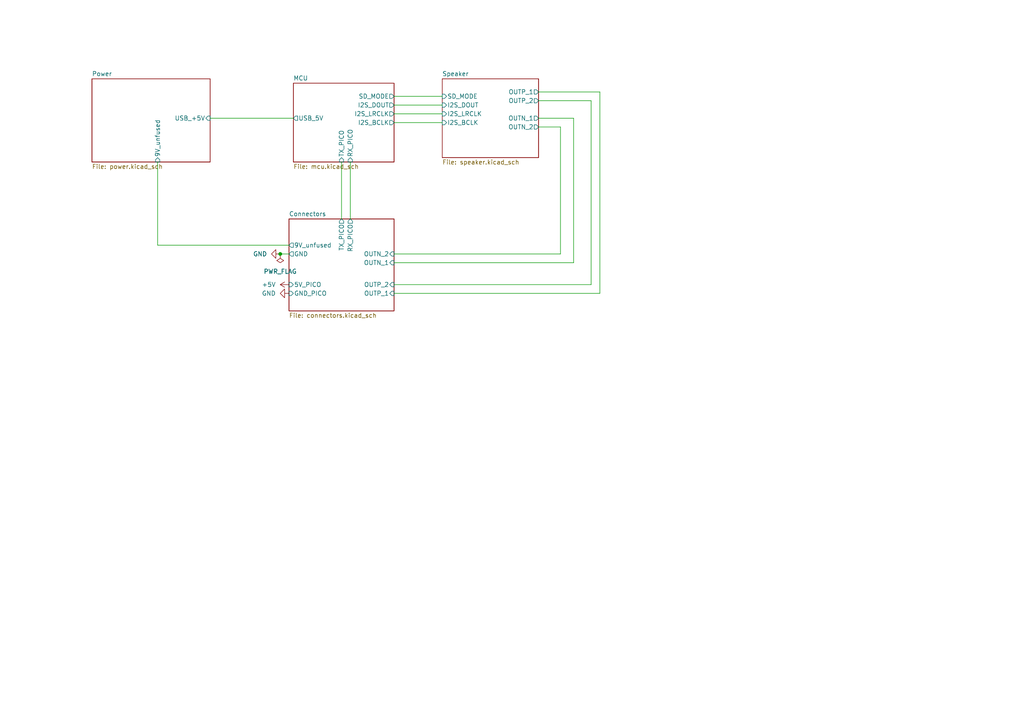
<source format=kicad_sch>
(kicad_sch (version 20250114) (generator "eeschema") (generator_version "9.0")
  (paper "A4")
  (lib_symbols
    (symbol "power:+5V" (power) (pin_numbers (hide yes)) (pin_names (offset 0) (hide yes))
      (property "Value" "+5V" (at 0 3.556 0))
      (symbol "+5V_0_1"
        (polyline (pts (xy -0.762 1.27) (xy 0 2.54)))
        (polyline (pts (xy 0 2.54) (xy 0.762 1.27)))
        (polyline (pts (xy 0 0) (xy 0 2.54)))
      )
      (symbol "+5V_1_1"
        (pin power_in line (at 0 0 90) (length 0) (name "~") (number "1"))
      )
    )
    (symbol "power:GND" (power) (pin_numbers (hide yes)) (pin_names (offset 0) (hide yes))
      (property "Value" "GND" (at 0 -3.81 0))
      (symbol "GND_0_1"
        (polyline (pts (xy 0 0) (xy 0 -1.27) (xy 1.27 -1.27) (xy 0 -2.54) (xy -1.27 -1.27) (xy 0 -1.27)))
      )
      (symbol "GND_1_1"
        (pin power_in line (at 0 0 270) (length 0) (name "~") (number "1"))
      )
    )
    (symbol "power:PWR_FLAG" (power) (pin_numbers (hide yes)) (pin_names (offset 0) (hide yes))
      (property "Value" "PWR_FLAG" (at 0 3.81 0))
      (symbol "PWR_FLAG_0_0"
        (pin power_out line (at 0 0 90) (length 0) (name "~") (number "1"))
      )
      (symbol "PWR_FLAG_0_1"
        (polyline (pts (xy 0 0) (xy 0 1.27) (xy -1.016 1.905) (xy 0 2.54) (xy 1.016 1.905) (xy 0 1.27)))
      )
    )
  )
  (junction (at 81.28 73.66))
  (wire (pts (xy 83.82 71.12) (xy 45.72 71.12)))
  (wire (pts (xy 45.72 71.12) (xy 45.72 46.99)))
  (wire (pts (xy 173.99 26.67) (xy 173.99 85.09)))
  (wire (pts (xy 173.99 85.09) (xy 114.3 85.09)))
  (wire (pts (xy 114.3 30.48) (xy 128.27 30.48)))
  (wire (pts (xy 114.3 82.55) (xy 171.45 82.55)))
  (wire (pts (xy 162.56 36.83) (xy 162.56 73.66)))
  (wire (pts (xy 114.3 33.02) (xy 128.27 33.02)))
  (wire (pts (xy 171.45 29.21) (xy 156.21 29.21)))
  (wire (pts (xy 166.37 34.29) (xy 156.21 34.29)))
  (wire (pts (xy 81.28 73.66) (xy 83.82 73.66)))
  (wire (pts (xy 99.06 46.99) (xy 99.06 63.5)))
  (wire (pts (xy 171.45 82.55) (xy 171.45 29.21)))
  (wire (pts (xy 114.3 27.94) (xy 128.27 27.94)))
  (wire (pts (xy 156.21 36.83) (xy 162.56 36.83)))
  (wire (pts (xy 114.3 35.56) (xy 128.27 35.56)))
  (wire (pts (xy 156.21 26.67) (xy 173.99 26.67)))
  (wire (pts (xy 114.3 76.2) (xy 166.37 76.2)))
  (wire (pts (xy 101.6 46.99) (xy 101.6 63.5)))
  (wire (pts (xy 162.56 73.66) (xy 114.3 73.66)))
  (wire (pts (xy 166.37 76.2) (xy 166.37 34.29)))
  (wire (pts (xy 60.96 34.29) (xy 85.09 34.29)))
  (symbol (lib_id "power:GND") (at 81.28 73.66 270) (unit 1)
    (property "Reference" "#PWR047" (effects (hide yes)))
    (property "Value" "GND" (at 77.47 73.6599 90) (effects (justify right)))
    (property "Description" "Power symbol creates a global label with name \"GND\" , ground" (effects (hide yes)))
  )
  (symbol (lib_id "power:+5V") (at 83.82 82.55 90) (unit 1)
    (property "Reference" "#PWR014" (effects (hide yes)))
    (property "Value" "+5V" (at 80.01 82.5499 90) (effects (justify left)))
    (property "Description" "Power symbol creates a global label with name \"+5V\"" (effects (hide yes)))
  )
  (symbol (lib_id "power:GND") (at 83.82 85.09 270) (unit 1)
    (property "Reference" "#PWR015" (effects (hide yes)))
    (property "Value" "GND" (at 80.01 85.0899 90) (effects (justify right)))
    (property "Description" "Power symbol creates a global label with name \"GND\" , ground" (effects (hide yes)))
  )
  (symbol (lib_id "power:PWR_FLAG") (at 81.28 73.66 180) (unit 1)
    (property "Reference" "#FLG04" (effects (hide yes)))
    (property "Value" "PWR_FLAG" (at 81.28 78.74 0))
    (property "Description" "Special symbol for telling ERC where power comes from" (effects (hide yes)))
  )
  (sheet (at 26.67 22.86) (size 34.29 24.13) (stroke (width 0.1524))
    (property "Sheetname" "Power" (at 26.67 22.1484 0) (effects (justify left bottom)))
    (property "Sheetfile" "power.kicad_sch" (at 26.67 47.5746 0) (effects (justify left top)))
    (pin "9V_unfused" input (at 45.72 46.99 270))
    (pin "USB_+5V" input (at 60.96 34.29 0))
  )
  (sheet (at 83.82 63.5) (size 30.48 26.67) (stroke (width 0.1524))
    (property "Sheetname" "Connectors" (at 83.82 62.7884 0) (effects (justify left bottom)))
    (property "Sheetfile" "connectors.kicad_sch" (at 83.82 90.7546 0) (effects (justify left top)))
    (pin "GND" output (at 83.82 73.66 180))
    (pin "9V_unfused" output (at 83.82 71.12 180))
    (pin "OUTP_1" input (at 114.3 85.09 0))
    (pin "TX_PICO" output (at 99.06 63.5 90))
    (pin "OUTP_2" input (at 114.3 82.55 0))
    (pin "OUTN_1" input (at 114.3 76.2 0))
    (pin "OUTN_2" input (at 114.3 73.66 0))
    (pin "RX_PICO" output (at 101.6 63.5 90))
    (pin "5V_PICO" input (at 83.82 82.55 180))
    (pin "GND_PICO" input (at 83.82 85.09 180))
  )
  (sheet (at 85.09 24.13) (size 29.21 22.86) (stroke (width 0.1524))
    (property "Sheetname" "MCU" (at 85.09 23.4184 0) (effects (justify left bottom)))
    (property "Sheetfile" "mcu.kicad_sch" (at 85.09 47.5746 0) (effects (justify left top)))
    (pin "SD_MODE" output (at 114.3 27.94 0))
    (pin "RX_PICO" input (at 101.6 46.99 270))
    (pin "USB_5V" output (at 85.09 34.29 180))
    (pin "I2S_DOUT" output (at 114.3 30.48 0))
    (pin "I2S_LRCLK" output (at 114.3 33.02 0))
    (pin "TX_PICO" input (at 99.06 46.99 270))
    (pin "I2S_BCLK" output (at 114.3 35.56 0))
  )
  (sheet (at 128.27 22.86) (size 27.94 22.86) (stroke (width 0.1524))
    (property "Sheetname" "Speaker" (at 128.27 22.1484 0) (effects (justify left bottom)))
    (property "Sheetfile" "speaker.kicad_sch" (at 128.27 46.3046 0) (effects (justify left top)))
    (pin "OUTP_1" output (at 156.21 26.67 0))
    (pin "OUTN_1" output (at 156.21 34.29 0))
    (pin "I2S_LRCLK" input (at 128.27 33.02 180))
    (pin "I2S_BCLK" input (at 128.27 35.56 180))
    (pin "I2S_DOUT" input (at 128.27 30.48 180))
    (pin "OUTP_2" output (at 156.21 29.21 0))
    (pin "OUTN_2" output (at 156.21 36.83 0))
    (pin "SD_MODE" input (at 128.27 27.94 180))
  )
)
</source>
